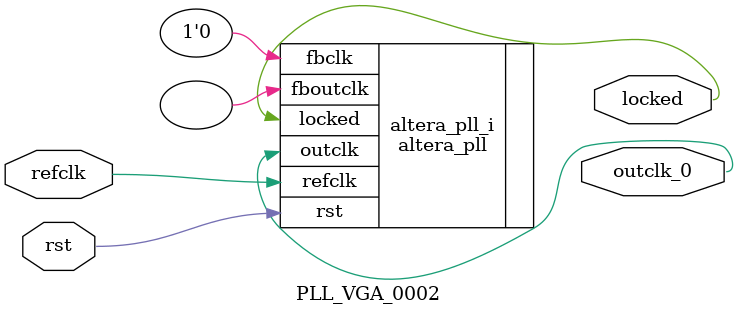
<source format=v>
`timescale 1ns/10ps
module  PLL_VGA_0002(

	// interface 'refclk'
	input wire refclk,

	// interface 'reset'
	input wire rst,

	// interface 'outclk0'
	output wire outclk_0,

	// interface 'locked'
	output wire locked
);

	altera_pll #(
		.fractional_vco_multiplier("false"),
		.reference_clock_frequency("50.0 MHz"),
		.operation_mode("direct"),
		.number_of_clocks(1),
		.output_clock_frequency0("25.000000 MHz"),
		.phase_shift0("0 ps"),
		.duty_cycle0(50),
		.output_clock_frequency1("0 MHz"),
		.phase_shift1("0 ps"),
		.duty_cycle1(50),
		.output_clock_frequency2("0 MHz"),
		.phase_shift2("0 ps"),
		.duty_cycle2(50),
		.output_clock_frequency3("0 MHz"),
		.phase_shift3("0 ps"),
		.duty_cycle3(50),
		.output_clock_frequency4("0 MHz"),
		.phase_shift4("0 ps"),
		.duty_cycle4(50),
		.output_clock_frequency5("0 MHz"),
		.phase_shift5("0 ps"),
		.duty_cycle5(50),
		.output_clock_frequency6("0 MHz"),
		.phase_shift6("0 ps"),
		.duty_cycle6(50),
		.output_clock_frequency7("0 MHz"),
		.phase_shift7("0 ps"),
		.duty_cycle7(50),
		.output_clock_frequency8("0 MHz"),
		.phase_shift8("0 ps"),
		.duty_cycle8(50),
		.output_clock_frequency9("0 MHz"),
		.phase_shift9("0 ps"),
		.duty_cycle9(50),
		.output_clock_frequency10("0 MHz"),
		.phase_shift10("0 ps"),
		.duty_cycle10(50),
		.output_clock_frequency11("0 MHz"),
		.phase_shift11("0 ps"),
		.duty_cycle11(50),
		.output_clock_frequency12("0 MHz"),
		.phase_shift12("0 ps"),
		.duty_cycle12(50),
		.output_clock_frequency13("0 MHz"),
		.phase_shift13("0 ps"),
		.duty_cycle13(50),
		.output_clock_frequency14("0 MHz"),
		.phase_shift14("0 ps"),
		.duty_cycle14(50),
		.output_clock_frequency15("0 MHz"),
		.phase_shift15("0 ps"),
		.duty_cycle15(50),
		.output_clock_frequency16("0 MHz"),
		.phase_shift16("0 ps"),
		.duty_cycle16(50),
		.output_clock_frequency17("0 MHz"),
		.phase_shift17("0 ps"),
		.duty_cycle17(50),
		.pll_type("General"),
		.pll_subtype("General")
	) altera_pll_i (
		.rst	(rst),
		.outclk	({outclk_0}),
		.locked	(locked),
		.fboutclk	( ),
		.fbclk	(1'b0),
		.refclk	(refclk)
	);
endmodule


</source>
